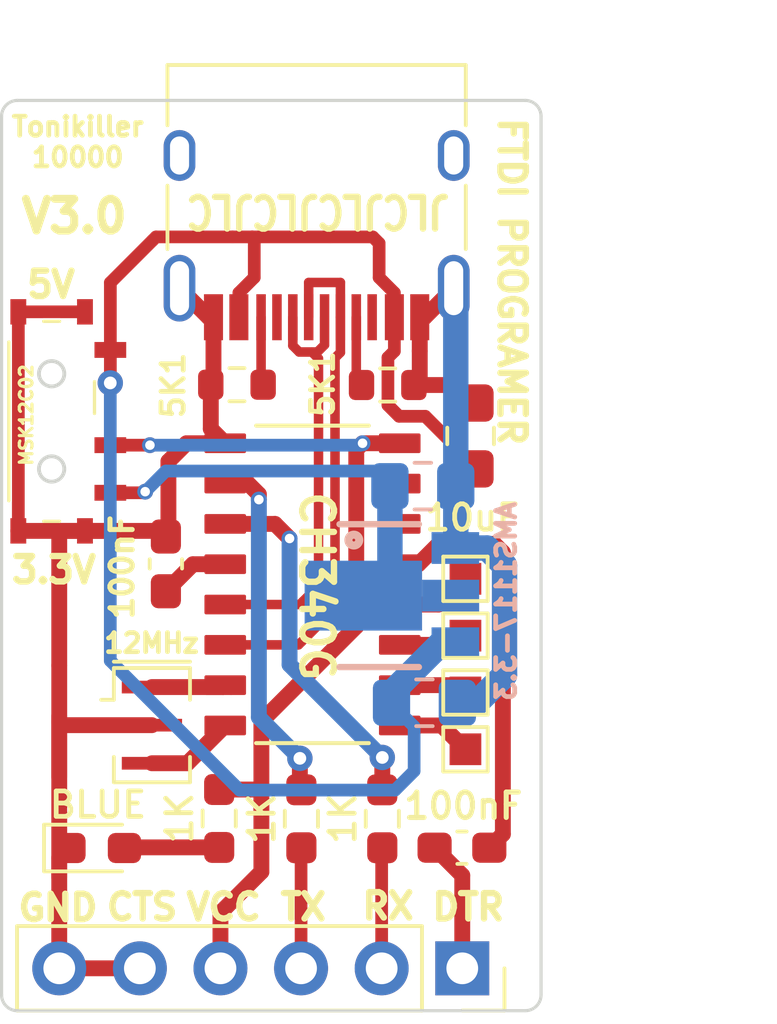
<source format=kicad_pcb>
(kicad_pcb (version 20240108) (generator "pcbnew") (generator_version "8.0")
  (layers (0 "F.Cu" signal) (31 "B.Cu" signal) (34 "B.Paste" user) (35 "F.Paste" user) (36 "B.SilkS" user "B.Silkscreen") (37 "F.SilkS" user "F.Silkscreen") (38 "B.Mask" user) (39 "F.Mask" user) (44 "Edge.Cuts" user))
  (net 0 "")
  (net 1 "+5V")
  (net 2 "+3.3V")
  (net 3 "Net-(U3-V3)")
  (net 4 "GND")
  (net 5 "VCC")
  (net 6 "Net-(D1-A)")
  (net 7 "Net-(U3-UD+)")
  (net 9 "Net-(U3-UD-)")
  (net 10 "Net-(J2-CC1)")
  (net 11 "Net-(J2-CC2)")
  (net 13 "Net-(U3-RXD)")
  (net 14 "Net-(U3-TXD)")
  (net 16 "Net-(U3-XI)")
  (net 18 "Net-(U3-~{DTR})")
  (net 19 "Net-(U3-XO)")
  (net 20 "Net-(J4-Pin_1)")
  (net 21 "Net-(J4-Pin_2)")
  (net 22 "Net-(J4-Pin_3)")
  (net 23 "Net-(U3-~{RI})")
  (net 24 "Net-(U3-~{DSR})")
  (net 25 "Net-(U3-~{CTS})")
  (net 26 "Net-(U3-~{DCD})")
  (footprint "Resistor_SMD:R_0603_1608Metric_Pad0.98x0.95mm_HandSolder" (layer "F.Cu") (at 178.3075 113.12 -90)
    (property "Reference" "R1" (hide yes))
    (property "Value" "1K" (at -0.01 1.25 90) (layer "F.SilkS") (effects (font (size 0.8 0.8))))
    (fp_line (start -0.254724 0.5225) (end 0.254724 0.5225) (stroke (width 0.12)) (layer "F.SilkS"))
    (fp_line (start -0.254724 -0.5225) (end 0.254724 -0.5225) (stroke (width 0.12)) (layer "F.SilkS"))
    (pad "1" smd roundrect (at -0.9125 0 270) (size 0.975 0.95) (layers "F.Cu" "F.Paste" "F.Mask") (net 5 "VCC"))
    (pad "2" smd roundrect (at 0.9125 0 270) (size 0.975 0.95) (layers "F.Cu" "F.Paste" "F.Mask") (net 6 "Net-(D1-A)"))
  )
  (footprint "SOIC127P600X180-16N" (layer "F.Cu") (at 181.2475 105.745)
    (property "Reference" "U3" (hide yes))
    (property "Value" "CH340G" (at 0.128976 0.061024 -90) (layer "F.SilkS") (effects (font (thickness 0.2) (bold yes))))
    (fp_line (start -1.775 -5) (end 1.775 -5) (stroke (width 0.127)) (layer "F.SilkS"))
    (fp_line (start -1.775 5) (end 1.775 5) (stroke (width 0.127)) (layer "F.SilkS"))
    (pad "1" smd roundrect (at -2.75 -4.445) (size 1.31 0.62) (layers "F.Cu" "F.Paste" "F.Mask") (roundrect_rratio 0.08) (net 4 "GND"))
    (pad "2" smd roundrect (at -2.75 -3.175) (size 1.31 0.62) (layers "F.Cu" "F.Paste" "F.Mask") (roundrect_rratio 0.08) (net 14 "Net-(U3-TXD)"))
    (pad "3" smd roundrect (at -2.75 -1.905) (size 1.31 0.62) (layers "F.Cu" "F.Paste" "F.Mask") (roundrect_rratio 0.08) (net 13 "Net-(U3-RXD)"))
    (pad "4" smd roundrect (at -2.75 -0.635) (size 1.31 0.62) (layers "F.Cu" "F.Paste" "F.Mask") (roundrect_rratio 0.08) (net 3 "Net-(U3-V3)"))
    (pad "5" smd roundrect (at -2.75 0.635) (size 1.31 0.62) (layers "F.Cu" "F.Paste" "F.Mask") (roundrect_rratio 0.08) (net 7 "Net-(U3-UD+)"))
    (pad "6" smd roundrect (at -2.75 1.905) (size 1.31 0.62) (layers "F.Cu" "F.Paste" "F.Mask") (roundrect_rratio 0.08) (net 9 "Net-(U3-UD-)"))
    (pad "7" smd roundrect (at -2.75 3.175) (size 1.31 0.62) (layers "F.Cu" "F.Paste" "F.Mask") (roundrect_rratio 0.08) (net 16 "Net-(U3-XI)"))
    (pad "8" smd roundrect (at -2.75 4.445) (size 1.31 0.62) (layers "F.Cu" "F.Paste" "F.Mask") (roundrect_rratio 0.08) (net 19 "Net-(U3-XO)"))
    (pad "9" smd roundrect (at 2.75 4.445) (size 1.31 0.62) (layers "F.Cu" "F.Paste" "F.Mask") (roundrect_rratio 0.08) (net 25 "Net-(U3-~{CTS})"))
    (pad "10" smd roundrect (at 2.75 3.175) (size 1.31 0.62) (layers "F.Cu" "F.Paste" "F.Mask") (roundrect_rratio 0.08) (net 24 "Net-(U3-~{DSR})"))
    (pad "11" smd roundrect (at 2.75 1.905) (size 1.31 0.62) (layers "F.Cu" "F.Paste" "F.Mask") (roundrect_rratio 0.08) (net 23 "Net-(U3-~{RI})"))
    (pad "12" smd roundrect (at 2.75 0.635) (size 1.31 0.62) (layers "F.Cu" "F.Paste" "F.Mask") (roundrect_rratio 0.08) (net 26 "Net-(U3-~{DCD})"))
    (pad "13" smd roundrect (at 2.75 -0.635) (size 1.31 0.62) (layers "F.Cu" "F.Paste" "F.Mask") (roundrect_rratio 0.08) (net 18 "Net-(U3-~{DTR})"))
    (pad "14" smd roundrect (at 2.75 -1.905) (size 1.31 0.62) (layers "F.Cu" "F.Paste" "F.Mask") (roundrect_rratio 0.08))
    (pad "15" smd roundrect (at 2.75 -3.175) (size 1.31 0.62) (layers "F.Cu" "F.Paste" "F.Mask") (roundrect_rratio 0.08))
    (pad "16" smd roundrect (at 2.75 -4.445) (size 1.31 0.62) (layers "F.Cu" "F.Paste" "F.Mask") (roundrect_rratio 0.08) (net 5 "VCC"))
  )
  (footprint "Resistor_SMD:R_0603_1608Metric_Pad0.98x0.95mm_HandSolder" (layer "F.Cu") (at 180.8975 113.13 90)
    (property "Reference" "R2" (hide yes))
    (property "Value" "1K" (at 0.005 -1.2475 90) (layer "F.SilkS") (effects (font (size 0.8 0.8))))
    (fp_line (start -0.254724 -0.5225) (end 0.254724 -0.5225) (stroke (width 0.12)) (layer "F.SilkS"))
    (fp_line (start -0.254724 0.5225) (end 0.254724 0.5225) (stroke (width 0.12)) (layer "F.SilkS"))
    (pad "1" smd roundrect (at -0.9125 0 90) (size 0.975 0.95) (layers "F.Cu" "F.Paste" "F.Mask") (net 22 "Net-(J4-Pin_3)"))
    (pad "2" smd roundrect (at 0.9125 0 90) (size 0.975 0.95) (layers "F.Cu" "F.Paste" "F.Mask") (net 14 "Net-(U3-TXD)"))
  )
  (footprint "Capacitor_SMD:C_0603_1608Metric_Pad1.08x0.95mm_HandSolder" (layer "F.Cu") (at 185.9575 114.04)
    (property "Reference" "C4" (hide yes))
    (property "Value" "100nF" (at 0.0425 -1.315 0) (layer "F.SilkS") (effects (font (size 0.8 0.8) (thickness 0.16) (bold yes))))
    (fp_line (start -0.146267 -0.51) (end 0.146267 -0.51) (stroke (width 0.12)) (layer "F.SilkS"))
    (fp_line (start -0.146267 0.51) (end 0.146267 0.51) (stroke (width 0.12)) (layer "F.SilkS"))
    (pad "1" smd roundrect (at -0.8625 0) (size 1.075 0.95) (layers "F.Cu" "F.Paste" "F.Mask") (net 20 "Net-(J4-Pin_1)"))
    (pad "2" smd roundrect (at 0.8625 0) (size 1.075 0.95) (layers "F.Cu" "F.Paste" "F.Mask") (net 18 "Net-(U3-~{DTR})"))
  )
  (footprint "Capacitor_SMD:C_0603_1608Metric_Pad1.08x0.95mm_HandSolder" (layer "F.Cu") (at 176.6275 105.1 90)
    (property "Reference" "C3" (hide yes))
    (property "Value" "100nF" (at -0.1 -1.3775 90) (layer "F.SilkS") (effects (font (size 0.7 0.7) (thickness 0.16) (bold yes))))
    (fp_line (start -0.146267 -0.51) (end 0.146267 -0.51) (stroke (width 0.12)) (layer "F.SilkS"))
    (fp_line (start -0.146267 0.51) (end 0.146267 0.51) (stroke (width 0.12)) (layer "F.SilkS"))
    (pad "1" smd roundrect (at -0.8625 0 90) (size 1.075 0.95) (layers "F.Cu" "F.Paste" "F.Mask") (net 3 "Net-(U3-V3)"))
    (pad "2" smd roundrect (at 0.8625 0 90) (size 1.075 0.95) (layers "F.Cu" "F.Paste" "F.Mask") (net 4 "GND"))
  )
  (footprint "Resistor_SMD:R_0603_1608Metric" (layer "F.Cu") (at 178.8675 99.455 180)
    (property "Reference" "R5" (hide yes))
    (property "Value" "5K1" (at 2.01 -0.025 -90) (layer "F.SilkS") (effects (font (size 0.7 0.7))))
    (fp_line (start -0.237258 0.5225) (end 0.237258 0.5225) (stroke (width 0.12)) (layer "F.SilkS"))
    (fp_line (start -0.237258 -0.5225) (end 0.237258 -0.5225) (stroke (width 0.12)) (layer "F.SilkS"))
    (pad "1" smd roundrect (at -0.825 0 180) (size 0.8 0.95) (layers "F.Cu" "F.Paste" "F.Mask") (net 11 "Net-(J2-CC2)"))
    (pad "2" smd roundrect (at 0.825 0 180) (size 0.8 0.95) (layers "F.Cu" "F.Paste" "F.Mask") (net 4 "GND"))
  )
  (footprint "Resistor_SMD:R_0603_1608Metric_Pad0.98x0.95mm_HandSolder" (layer "F.Cu") (at 183.4475 113.13 90)
    (property "Reference" "R3" (hide yes))
    (property "Value" "1K" (at 0.005 -1.2475 90) (layer "F.SilkS") (effects (font (size 0.8 0.8))))
    (fp_line (start -0.254724 -0.5225) (end 0.254724 -0.5225) (stroke (width 0.12)) (layer "F.SilkS"))
    (fp_line (start -0.254724 0.5225) (end 0.254724 0.5225) (stroke (width 0.12)) (layer "F.SilkS"))
    (pad "1" smd roundrect (at -0.9125 0 90) (size 0.975 0.95) (layers "F.Cu" "F.Paste" "F.Mask") (net 21 "Net-(J4-Pin_2)"))
    (pad "2" smd roundrect (at 0.9125 0 90) (size 0.975 0.95) (layers "F.Cu" "F.Paste" "F.Mask") (net 13 "Net-(U3-RXD)"))
  )
  (footprint "TestPoint:TestPoint_Pad_1.0x1.0mm" (layer "F.Cu") (at 186.0675 110.94)
    (property "Reference" "REF**" (hide yes))
    (property "Value" "TestPoint_Pad_1.0x1.0mm")
    (fp_line (start -0.7 -0.7) (end 0.7 -0.7) (stroke (width 0.12)) (layer "F.SilkS"))
    (fp_line (start -0.7 0.7) (end -0.7 -0.7) (stroke (width 0.12)) (layer "F.SilkS"))
    (fp_line (start 0.7 -0.7) (end 0.7 0.7) (stroke (width 0.12)) (layer "F.SilkS"))
    (fp_line (start 0.7 0.7) (end -0.7 0.7) (stroke (width 0.12)) (layer "F.SilkS"))
    (pad "1" smd rect (at 0 0) (size 1 1) (layers "F.Cu" "F.Mask") (net 25 "Net-(U3-~{CTS})"))
  )
  (footprint "Capacitor_SMD:C_0805_2012Metric_Pad1.18x1.45mm_HandSolder" (layer "F.Cu") (at 186.23 101.07 90)
    (property "Reference" "C5" (hide yes))
    (property "Value" "10uF" (at -2.575 0.05 180) (layer "F.SilkS") (effects (font (size 0.8 0.8))))
    (fp_line (start -0.261252 -0.735) (end 0.261252 -0.735) (stroke (width 0.12)) (layer "F.SilkS"))
    (fp_line (start -0.261252 0.735) (end 0.261252 0.735) (stroke (width 0.12)) (layer "F.SilkS"))
    (pad "1" smd roundrect (at -1.0375 0 90) (size 1.175 1.45) (layers "F.Cu" "F.Paste" "F.Mask") (roundrect_rratio 0.212766) (net 1 "+5V"))
    (pad "2" smd roundrect (at 1.0375 0 90) (size 1.175 1.45) (layers "F.Cu" "F.Paste" "F.Mask") (roundrect_rratio 0.212766) (net 4 "GND"))
  )
  (footprint "TestPoint:TestPoint_Pad_1.0x1.0mm" (layer "F.Cu") (at 186.0675 105.57)
    (property "Reference" "REF**" (hide yes))
    (property "Value" "TestPoint_Pad_1.0x1.0mm")
    (fp_line (start -0.7 -0.7) (end 0.7 -0.7) (stroke (width 0.12)) (layer "F.SilkS"))
    (fp_line (start -0.7 0.7) (end -0.7 -0.7) (stroke (width 0.12)) (layer "F.SilkS"))
    (fp_line (start 0.7 -0.7) (end 0.7 0.7) (stroke (width 0.12)) (layer "F.SilkS"))
    (fp_line (start 0.7 0.7) (end -0.7 0.7) (stroke (width 0.12)) (layer "F.SilkS"))
    (pad "1" smd rect (at 0 0) (size 1 1) (layers "F.Cu" "F.Mask") (net 26 "Net-(U3-~{DCD})"))
  )
  (footprint "Connector_USB:USB_C_Receptacle_HRO_TYPE-C-31-M-12" (layer "F.Cu") (at 181.3775 93.285 180)
    (property "Reference" "J2" (hide yes))
    (property "Value" "USB_C_USB2.0")
    (fp_line (start 4.7 2) (end 4.7 3.9) (stroke (width 0.12)) (layer "F.SilkS"))
    (fp_line (start 4.7 -1.9) (end 4.7 0.1) (stroke (width 0.12)) (layer "F.SilkS"))
    (fp_line (start -4.7 3.9) (end 4.7 3.9) (stroke (width 0.12)) (layer "F.SilkS"))
    (fp_line (start -4.7 2) (end -4.7 3.9) (stroke (width 0.12)) (layer "F.SilkS"))
    (fp_line (start -4.7 -1.9) (end -4.7 0.1) (stroke (width 0.12)) (layer "F.SilkS"))
    (pad "" np_thru_hole circle (at -2.89 -2.6 180) (size 0.65 0.65) (drill 0.65) (layers "F&B.Cu" "*.Mask"))
    (pad "" np_thru_hole circle (at 2.89 -2.6 180) (size 0.65 0.65) (drill 0.65) (layers "F&B.Cu" "*.Mask"))
    (pad "A1" smd rect (at -3.25 -4.045 180) (size 0.6 1.45) (layers "F.Cu" "F.Paste" "F.Mask") (net 4 "GND"))
    (pad "A4" smd rect (at -2.45 -4.045 180) (size 0.6 1.45) (layers "F.Cu" "F.Paste" "F.Mask") (net 1 "+5V"))
    (pad "A5" smd rect (at -1.25 -4.045 180) (size 0.3 1.45) (layers "F.Cu" "F.Paste" "F.Mask") (net 10 "Net-(J2-CC1)"))
    (pad "A6" smd rect (at -0.25 -4.045 180) (size 0.3 1.45) (layers "F.Cu" "F.Paste" "F.Mask") (net 7 "Net-(U3-UD+)"))
    (pad "A7" smd rect (at 0.25 -4.045 180) (size 0.3 1.45) (layers "F.Cu" "F.Paste" "F.Mask") (net 9 "Net-(U3-UD-)"))
    (pad "A8" smd rect (at 1.25 -4.045 180) (size 0.3 1.45) (layers "F.Cu" "F.Paste" "F.Mask"))
    (pad "B1" smd rect (at 3.25 -4.045 180) (size 0.6 1.45) (layers "F.Cu" "F.Paste" "F.Mask") (net 4 "GND"))
    (pad "B4" smd rect (at 2.45 -4.045 180) (size 0.6 1.45) (layers "F.Cu" "F.Paste" "F.Mask") (net 1 "+5V"))
    (pad "B5" smd rect (at 1.75 -4.045 180) (size 0.3 1.45) (layers "F.Cu" "F.Paste" "F.Mask") (net 11 "Net-(J2-CC2)"))
    (pad "B6" smd rect (at 0.75 -4.045 180) (size 0.3 1.45) (layers "F.Cu" "F.Paste" "F.Mask") (net 7 "Net-(U3-UD+)"))
    (pad "B7" smd rect (at -0.75 -4.045 180) (size 0.3 1.45) (layers "F.Cu" "F.Paste" "F.Mask") (net 9 "Net-(U3-UD-)"))
    (pad "B8" smd rect (at -1.75 -4.045 180) (size 0.3 1.45) (layers "F.Cu" "F.Paste" "F.Mask"))
    (pad "S1" thru_hole oval (at -4.32 -3.13 180) (size 1 2.1) (drill oval 0.6 1.7) (layers "*.Cu" "*.Mask") (net 4 "GND"))
    (pad "S1" thru_hole oval (at -4.32 1.05 180) (size 1 1.6) (drill oval 0.6 1.2) (layers "*.Cu" "*.Mask") (net 4 "GND"))
    (pad "S1" thru_hole oval (at 4.32 -3.13 180) (size 1 2.1) (drill oval 0.6 1.7) (layers "*.Cu" "*.Mask") (net 4 "GND"))
    (pad "S1" thru_hole oval (at 4.32 1.05 180) (size 1 1.6) (drill oval 0.6 1.2) (layers "*.Cu" "*.Mask") (net 4 "GND"))
  )
  (footprint "Connector_PinSocket_2.54mm:PinSocket_1x06_P2.54mm_Vertical" (layer "F.Cu") (at 185.9675 117.84 -90)
    (property "Reference" "J4" (hide yes))
    (property "Value" "Conn_01x06_Pin" (hide yes))
    (fp_line (start -1.33 14.03) (end 1.33 14.03) (stroke (width 0.12)) (layer "F.SilkS"))
    (fp_line (start -1.33 1.27) (end -1.33 14.03) (stroke (width 0.12)) (layer "F.SilkS"))
    (fp_line (start -1.33 1.27) (end 1.33 1.27) (stroke (width 0.12)) (layer "F.SilkS"))
    (fp_line (start 1.33 1.27) (end 1.33 14.03) (stroke (width 0.12)) (layer "F.SilkS"))
    (fp_line (start 0 -1.33) (end 1.33 -1.33) (stroke (width 0.12)) (layer "F.SilkS"))
    (fp_line (start 1.33 -1.33) (end 1.33 0) (stroke (width 0.12)) (layer "F.SilkS"))
    (pad "1" thru_hole rect (at 0 0 270) (size 1.7 1.7) (drill 1) (layers "*.Cu" "*.Mask") (net 20 "Net-(J4-Pin_1)"))
    (pad "2" thru_hole oval (at 0 2.54 270) (size 1.7 1.7) (drill 1) (layers "*.Cu" "*.Mask") (net 21 "Net-(J4-Pin_2)"))
    (pad "3" thru_hole oval (at 0 5.08 270) (size 1.7 1.7) (drill 1) (layers "*.Cu" "*.Mask") (net 22 "Net-(J4-Pin_3)"))
    (pad "4" thru_hole oval (at 0 7.62 270) (size 1.7 1.7) (drill 1) (layers "*.Cu" "*.Mask") (net 5 "VCC"))
    (pad "5" thru_hole oval (at 0 10.16 270) (size 1.7 1.7) (drill 1) (layers "*.Cu" "*.Mask") (net 4 "GND"))
    (pad "6" thru_hole oval (at 0 12.7 270) (size 1.7 1.7) (drill 1) (layers "*.Cu" "*.Mask") (net 4 "GND"))
  )
  (footprint "TestPoint:TestPoint_Pad_1.0x1.0mm" (layer "F.Cu") (at 186.0675 107.36)
    (property "Reference" "REF**" (hide yes))
    (property "Value" "TestPoint_Pad_1.0x1.0mm")
    (fp_line (start -0.7 -0.7) (end 0.7 -0.7) (stroke (width 0.12)) (layer "F.SilkS"))
    (fp_line (start -0.7 0.7) (end -0.7 -0.7) (stroke (width 0.12)) (layer "F.SilkS"))
    (fp_line (start 0.7 -0.7) (end 0.7 0.7) (stroke (width 0.12)) (layer "F.SilkS"))
    (fp_line (start 0.7 0.7) (end -0.7 0.7) (stroke (width 0.12)) (layer "F.SilkS"))
    (pad "1" smd rect (at 0 0) (size 1 1) (layers "F.Cu" "F.Mask") (net 23 "Net-(U3-~{RI})"))
  )
  (footprint "TestPoint:TestPoint_Pad_1.0x1.0mm" (layer "F.Cu") (at 186.0675 109.15)
    (property "Reference" "REF**" (hide yes))
    (property "Value" "TestPoint_Pad_1.0x1.0mm")
    (fp_line (start -0.7 -0.7) (end 0.7 -0.7) (stroke (width 0.12)) (layer "F.SilkS"))
    (fp_line (start -0.7 0.7) (end -0.7 -0.7) (stroke (width 0.12)) (layer "F.SilkS"))
    (fp_line (start 0.7 -0.7) (end 0.7 0.7) (stroke (width 0.12)) (layer "F.SilkS"))
    (fp_line (start 0.7 0.7) (end -0.7 0.7) (stroke (width 0.12)) (layer "F.SilkS"))
    (pad "1" smd rect (at 0 0) (size 1 1) (layers "F.Cu" "F.Mask") (net 24 "Net-(U3-~{DSR})"))
  )
  (footprint "Resistor_SMD:R_0603_1608Metric" (layer "F.Cu") (at 183.6175 99.465)
    (property "Reference" "R4" (hide yes))
    (property "Value" "5K1" (at -2.05 -0.035 90) (layer "F.SilkS") (effects (font (size 0.7 0.7))))
    (fp_line (start -0.237258 -0.5225) (end 0.237258 -0.5225) (stroke (width 0.12)) (layer "F.SilkS"))
    (fp_line (start -0.237258 0.5225) (end 0.237258 0.5225) (stroke (width 0.12)) (layer "F.SilkS"))
    (pad "1" smd roundrect (at -0.825 0) (size 0.8 0.95) (layers "F.Cu" "F.Paste" "F.Mask") (net 10 "Net-(J2-CC1)"))
    (pad "2" smd roundrect (at 0.825 0) (size 0.8 0.95) (layers "F.Cu" "F.Paste" "F.Mask") (net 4 "GND"))
  )
  (footprint "MSK12C02:MSK12C02" (layer "F.Cu") (at 173.0275 100.61 -90)
    (property "Reference" "SW1" (hide yes))
    (property "Value" "MSK12C02" (at -0.2 0.8 90) (layer "F.SilkS") (effects (font (size 0.4 0.4) (thickness 0.1))))
    (fp_line (start -2.5 1.35) (end -2.5 1.35) (stroke (width 0.1)) (layer "F.SilkS"))
    (fp_line (start -2.5 1.35) (end 2.5 1.35) (stroke (width 0.1)) (layer "F.SilkS"))
    (fp_line (start 2.5 1.35) (end -2.5 1.35) (stroke (width 0.1)) (layer "F.SilkS"))
    (fp_line (start 2.5 1.35) (end 2.5 1.35) (stroke (width 0.1)) (layer "F.SilkS"))
    (fp_line (start -3.15 0.25) (end -3.15 0.25) (stroke (width 0.1)) (layer "F.SilkS"))
    (fp_line (start -3.15 0.25) (end -3.15 -0.25) (stroke (width 0.1)) (layer "F.SilkS"))
    (fp_line (start 3.15 0.25) (end 3.15 0.25) (stroke (width 0.1)) (layer "F.SilkS"))
    (fp_line (start 3.15 0.25) (end 3.15 -0.25) (stroke (width 0.1)) (layer "F.SilkS"))
    (fp_line (start -3.15 -0.25) (end -3.15 0.25) (stroke (width 0.1)) (layer "F.SilkS"))
    (fp_line (start -3.15 -0.25) (end -3.15 -0.25) (stroke (width 0.1)) (layer "F.SilkS"))
    (fp_line (start 3.15 -0.25) (end 3.15 0.25) (stroke (width 0.1)) (layer "F.SilkS"))
    (fp_line (start 3.15 -0.25) (end 3.15 -0.25) (stroke (width 0.1)) (layer "F.SilkS"))
    (fp_line (start -1.25 -1.35) (end -1.25 -1.35) (stroke (width 0.1)) (layer "F.SilkS"))
    (fp_line (start -1.25 -1.35) (end -0.25 -1.35) (stroke (width 0.1)) (layer "F.SilkS"))
    (fp_line (start -0.25 -1.35) (end -1.25 -1.35) (stroke (width 0.1)) (layer "F.SilkS"))
    (fp_line (start -0.25 -1.35) (end -0.25 -1.35) (stroke (width 0.1)) (layer "F.SilkS"))
    (fp_circle (center -1.5 0) (end -1.1 0) (stroke (width 0.12)) (fill none) (layer "Edge.Cuts"))
    (fp_circle (center 1.5 0) (end 1.9 0) (stroke (width 0.12)) (fill none) (layer "Edge.Cuts"))
    (pad "A1" smd rect (at -2.25 -1.85 270) (size 0.5 1) (layers "F.Cu" "F.Paste" "F.Mask") (net 1 "+5V"))
    (pad "B1" smd rect (at 0.75 -1.85 270) (size 0.5 1) (layers "F.Cu" "F.Paste" "F.Mask") (net 5 "VCC"))
    (pad "C1" smd rect (at 2.25 -1.85 270) (size 0.5 1) (layers "F.Cu" "F.Paste" "F.Mask") (net 2 "+3.3V"))
    (pad "MP1" smd rect (at 3.45 -1.05) (size 0.5 0.8) (layers "F.Cu" "F.Paste" "F.Mask") (net 4 "GND"))
    (pad "MP2" smd rect (at 3.45 1.05) (size 0.5 0.8) (layers "F.Cu" "F.Paste" "F.Mask") (net 4 "GND"))
    (pad "MP3" smd rect (at -3.45 1.05) (size 0.5 0.8) (layers "F.Cu" "F.Paste" "F.Mask") (net 4 "GND"))
    (pad "MP4" smd rect (at -3.45 -1.05) (size 0.5 0.8) (layers "F.Cu" "F.Paste" "F.Mask") (net 4 "GND"))
  )
  (footprint "LED_SMD:LED_0603_1608Metric_Pad1.05x0.95mm_HandSolder" (layer "F.Cu") (at 174.4475 114.05)
    (property "Reference" "D1" (hide yes))
    (property "Value" "BLUE" (at 0.0375 -1.36 0) (layer "F.SilkS") (effects (font (size 0.8 0.8))))
    (fp_line (start -1.66 -0.735) (end -1.66 0.735) (stroke (width 0.12)) (layer "F.SilkS"))
    (fp_line (start -1.66 0.735) (end 0.8 0.735) (stroke (width 0.12)) (layer "F.SilkS"))
    (fp_line (start 0.8 -0.735) (end -1.66 -0.735) (stroke (width 0.12)) (layer "F.SilkS"))
    (pad "1" smd roundrect (at -0.875 0) (size 1.05 0.95) (layers "F.Cu" "F.Paste" "F.Mask") (net 4 "GND"))
    (pad "2" smd roundrect (at 0.875 0) (size 1.05 0.95) (layers "F.Cu" "F.Paste" "F.Mask") (net 6 "Net-(D1-A)"))
  )
  (footprint "Crystal:Resonator_SMD_Murata_CSTxExxV-3Pin_3.0x1.1mm" (layer "F.Cu") (at 176.1875 110.18 -90)
    (property "Reference" "Y1" (hide yes))
    (property "Value" "12MHz" (at -2.585 0.01 180) (layer "F.SilkS") (effects (font (size 0.6 0.6) (thickness 0.15) (bold yes))))
    (fp_line (start -0.8 1.2) (end -0.8 1.6) (stroke (width 0.12)) (layer "F.SilkS"))
    (fp_line (start -0.8 1.2) (end -1.8 1.2) (stroke (width 0.12)) (layer "F.SilkS"))
    (fp_line (start 1.8 1.2) (end 1 1.2) (stroke (width 0.12)) (layer "F.SilkS"))
    (fp_line (start -2 0.8) (end -2 1.2) (stroke (width 0.12)) (layer "F.SilkS"))
    (fp_line (start -1.8 0.8) (end -1.8 1.2) (stroke (width 0.12)) (layer "F.SilkS"))
    (fp_line (start -1.8 0.8) (end -1.8 -1.2) (stroke (width 0.12)) (layer "F.SilkS"))
    (fp_line (start 1.8 0.8) (end 1.8 1.2) (stroke (width 0.12)) (layer "F.SilkS"))
    (fp_line (start -2 -1.2) (end -2 0.8) (stroke (width 0.12)) (layer "F.SilkS"))
    (fp_line (start -1.8 -1.2) (end -0.8 -1.2) (stroke (width 0.12)) (layer "F.SilkS"))
    (fp_line (start 1 -1.2) (end 1.8 -1.2) (stroke (width 0.12)) (layer "F.SilkS"))
    (fp_line (start 1.8 -1.2) (end 1.8 0.8) (stroke (width 0.12)) (layer "F.SilkS"))
    (pad "1" smd rect (at -1.2 0 270) (size 0.4 1.9) (layers "F.Cu" "F.Paste" "F.Mask") (net 16 "Net-(U3-XI)"))
    (pad "2" smd rect (at 0 0 270) (size 0.4 1.9) (layers "F.Cu" "F.Paste" "F.Mask") (net 4 "GND"))
    (pad "3" smd rect (at 1.2 0 270) (size 0.4 1.9) (layers "F.Cu" "F.Paste" "F.Mask") (net 19 "Net-(U3-XO)"))
  )
  (footprint "Capacitor_SMD:C_0805_2012Metric_Pad1.18x1.45mm_HandSolder" (layer "B.Cu") (at 184.775 109.475)
    (property "Reference" "C1" (hide yes))
    (property "Value" "10uF")
    (fp_line (start 0.261252 -0.735) (end -0.261252 -0.735) (stroke (width 0.12)) (layer "B.SilkS"))
    (fp_line (start 0.261252 0.735) (end -0.261252 0.735) (stroke (width 0.12)) (layer "B.SilkS"))
    (pad "1" smd roundrect (at -1.0375 0) (size 1.175 1.45) (layers "B.Cu" "B.Paste" "B.Mask") (roundrect_rratio 0.212766) (net 1 "+5V"))
    (pad "2" smd roundrect (at 1.0375 0) (size 1.175 1.45) (layers "B.Cu" "B.Paste" "B.Mask") (roundrect_rratio 0.212766) (net 4 "GND"))
  )
  (footprint "Capacitor_SMD:C_0805_2012Metric_Pad1.18x1.45mm_HandSolder" (layer "B.Cu") (at 184.725 102.65)
    (property "Reference" "C2" (hide yes))
    (property "Value" "10uF")
    (fp_line (start 0.261252 -0.735) (end -0.261252 -0.735) (stroke (width 0.12)) (layer "B.SilkS"))
    (fp_line (start 0.261252 0.735) (end -0.261252 0.735) (stroke (width 0.12)) (layer "B.SilkS"))
    (pad "1" smd roundrect (at -1.0375 0) (size 1.175 1.45) (layers "B.Cu" "B.Paste" "B.Mask") (roundrect_rratio 0.212766) (net 2 "+3.3V"))
    (pad "2" smd roundrect (at 1.0375 0) (size 1.175 1.45) (layers "B.Cu" "B.Paste" "B.Mask") (roundrect_rratio 0.212766) (net 4 "GND"))
  )
  (footprint "78L05:PK(R-PSSO-F3)" (layer "B.Cu") (at 182.1 106.1 -90)
    (property "Reference" "U1" (hide yes))
    (property "Value" "AMS1117-3.3" (at 0.18 -5.25 90) (layer "B.SilkS") (effects (font (size 0.6 0.6)) (justify mirror)))
    (fp_line (start 2.25 0) (end 2.25 -2.5) (stroke (width 0.2)) (layer "B.SilkS"))
    (fp_line (start -2.25 -2.5) (end -2.25 0) (stroke (width 0.2)) (layer "B.SilkS"))
    (fp_circle (center -1.75 -0.45) (end -1.79438 -0.45) (stroke (width 0.254)) (fill none) (layer "B.SilkS"))
    (pad "1" smd rect (at -1.5 -3.65 270) (size 1 1.5) (layers "B.Cu" "B.Paste" "B.Mask") (net 4 "GND"))
    (pad "2" smd rect (at 0 -3.5 270) (size 1 1.8) (layers "B.Cu" "B.Paste" "B.Mask") (net 2 "+3.3V"))
    (pad "2" smd rect (at 0 -0.75 270) (size 2.2 3.7) (layers "B.Cu" "B.Paste" "B.Mask") (net 2 "+3.3V"))
    (pad "3" smd rect (at 1.5 -3.65 270) (size 1 1.5) (layers "B.Cu" "B.Paste" "B.Mask") (net 1 "+5V"))
  )
  (gr_arc (start 188.45 118.675) (mid 188.303553 119.028553) (end 187.95 119.175) (stroke (width 0.1)) (layer "Edge.Cuts"))
  (gr_line (start 171.95 119.175) (end 187.95 119.175) (stroke (width 0.1)) (layer "Edge.Cuts"))
  (gr_line (start 187.95 90.5) (end 171.95 90.5) (stroke (width 0.1)) (layer "Edge.Cuts"))
  (gr_line (start 171.45 91) (end 171.45 118.675) (stroke (width 0.1)) (layer "Edge.Cuts"))
  (gr_arc (start 187.95 90.5) (mid 188.303553 90.646447) (end 188.45 91) (stroke (width 0.1)) (layer "Edge.Cuts"))
  (gr_arc (start 171.45 91) (mid 171.596447 90.646447) (end 171.95 90.5) (stroke (width 0.1)) (layer "Edge.Cuts"))
  (gr_arc (start 171.95 119.175) (mid 171.596447 119.028553) (end 171.45 118.675) (stroke (width 0.1)) (layer "Edge.Cuts"))
  (gr_line (start 188.45 118.675) (end 188.45 91) (stroke (width 0.1)) (layer "Edge.Cuts"))
  (gr_text "TX\n" (at 180.9575 115.91 0) (layer "F.SilkS") (effects (font (size 0.8 0.8) (thickness 0.2))))
  (gr_text "V3.0" (at 173.74 94.15 0) (layer "F.SilkS") (effects (font (size 1 1) (thickness 0.25))))
  (gr_text "GND" (at 173.2275 115.93 0) (layer "F.SilkS") (effects (font (size 0.8 0.8) (thickness 0.2))))
  (gr_text "VCC" (at 178.4475 115.91 0) (layer "F.SilkS") (effects (font (size 0.8 0.8) (thickness 0.2))))
  (gr_text "3.3V" (at 171.67 105.76 0) (layer "F.SilkS") (effects (font (size 0.8 0.8) (thickness 0.2) (bold yes)) (justify left bottom)))
  (gr_text "RX\n" (at 183.6275 115.88 0) (layer "F.SilkS") (effects (font (size 0.8 0.8) (thickness 0.2))))
  (gr_text "FTDI PROGRAMER" (at 187.53 90.95 -90) (layer "F.SilkS") (effects (font (size 0.8 0.8) (thickness 0.2)) (justify left)))
  (gr_text "DTR" (at 186.1575 115.91 0) (layer "F.SilkS") (effects (font (size 0.8 0.8) (thickness 0.2))))
  (gr_text "5V" (at 172.15 96.77 0) (layer "F.SilkS") (effects (font (size 0.8 0.8) (thickness 0.2) (bold yes)) (justify left bottom)))
  (gr_text " JLCJLCJLCJLC" (at 181.72 93.99 180) (layer "F.SilkS") (effects (font (size 1 0.8) (thickness 0.2))))
  (gr_text "Tonikiller\n10000" (at 173.85 91.81 0) (layer "F.SilkS") (effects (font (size 0.6 0.6))))
  (gr_text "CTS\n" (at 175.8775 115.91 0) (layer "F.SilkS") (effects (font (size 0.8 0.8) (thickness 0.2))))
  (segment (start 179.4125 94.865) (end 179.4125 96.0775) (width 0.4) (layer "F.Cu") (net 1))
  (segment (start 183.975 100.45) (end 184.8 100.45) (width 0.4) (layer "F.Cu") (net 1))
  (segment (start 174.8775 99.3975) (end 174.875 99.4) (width 0.4) (layer "F.Cu") (net 1))
  (segment (start 183.1475 94.8) (end 183.3475 95) (width 0.4) (layer "F.Cu") (net 1))
  (segment (start 179.4125 96.0775) (end 178.9275 96.5625) (width 0.4) (layer "F.Cu") (net 1))
  (segment (start 183.8275 98.3975) (end 183.625 98.6) (width 0.4) (layer "F.Cu") (net 1))
  (segment (start 183.3475 95) (end 183.3475 96.08) (width 0.4) (layer "F.Cu") (net 1))
  (segment (start 178.9275 96.5625) (end 178.9275 97.33) (width 0.4) (layer "F.Cu") (net 1))
  (segment (start 176.2075 94.91) (end 176.3175 94.8) (width 0.4) (layer "F.Cu") (net 1))
  (segment (start 183.8275 97.33) (end 183.8275 98.3975) (width 0.4) (layer "F.Cu") (net 1))
  (segment (start 183.625 98.6) (end 183.625 100.1) (width 0.4) (layer "F.Cu") (net 1))
  (segment (start 179.3475 94.8) (end 181.8075 94.8) (width 0.4) (layer "F.Cu") (net 1))
  (segment (start 181.8075 94.8) (end 183.1475 94.8) (width 0.4) (layer "F.Cu") (net 1))
  (segment (start 176.3175 94.8) (end 178.7275 94.8) (width 0.4) (layer "F.Cu") (net 1))
  (segment (start 183.625 100.1) (end 183.975 100.45) (width 0.4) (layer "F.Cu") (net 1))
  (segment (start 179.3475 94.8) (end 179.4125 94.865) (width 0.4) (layer "F.Cu") (net 1))
  (segment (start 186.23 101.88) (end 186.23 102.1075) (width 0.4) (layer "F.Cu") (net 1))
  (segment (start 174.8775 98.36) (end 174.8775 99.3975) (width 0.4) (layer "F.Cu") (net 1))
  (segment (start 186.23 102.1075) (end 186.3125 102.025) (width 0.4) (layer "F.Cu") (net 1))
  (segment (start 174.8775 96.24) (end 176.2075 94.91) (width 0.4) (layer "F.Cu") (net 1))
  (segment (start 183.3475 96.08) (end 183.8275 96.56) (width 0.4) (layer "F.Cu") (net 1))
  (segment (start 178.7275 94.8) (end 179.3475 94.8) (width 0.4) (layer "F.Cu") (net 1))
  (segment (start 174.8775 98.36) (end 174.8775 96.24) (width 0.4) (layer "F.Cu") (net 1))
  (segment (start 184.8 100.45) (end 186.23 101.88) (width 0.4) (layer "F.Cu") (net 1))
  (segment (start 183.8275 96.56) (end 183.8275 97.33) (width 0.4) (layer "F.Cu") (net 1))
  (via (at 174.875 99.4) (size 0.8) (drill 0.4) (layers "F.Cu" "B.Cu") (net 1))
  (segment (start 183.7375 109.1625) (end 185.3 107.6) (width 0.8) (layer "B.Cu") (net 1))
  (segment (start 183.7375 109.5125) (end 183.7375 109.475) (width 0.4) (layer "B.Cu") (net 1))
  (segment (start 183.85 112.225) (end 184.45 111.625) (width 0.4) (layer "B.Cu") (net 1))
  (segment (start 183.7375 109.1875) (end 183.7375 109.1625) (width 0.8) (layer "B.Cu") (net 1))
  (segment (start 185.325 107.6) (end 185.75 107.6) (width 0.4) (layer "B.Cu") (net 1))
  (segment (start 178.775 112.05) (end 178.95 112.225) (width 0.4) (layer "B.Cu") (net 1))
  (segment (start 174.875 108.15) (end 178.775 112.05) (width 0.4) (layer "B.Cu") (net 1))
  (segment (start 182.45 112.225) (end 183.85 112.225) (width 0.4) (layer "B.Cu") (net 1))
  (segment (start 178.95 112.225) (end 182.45 112.225) (width 0.4) (layer "B.Cu") (net 1))
  (segment (start 183.7375 109.475) (end 183.7375 109.1875) (width 0.4) (layer "B.Cu") (net 1))
  (segment (start 185.3 107.6) (end 185.325 107.6) (width 0.8) (layer "B.Cu") (net 1))
  (segment (start 174.875 99.4) (end 174.875 108.15) (width 0.4) (layer "B.Cu") (net 1))
  (segment (start 184.45 111.625) (end 184.45 110.225) (width 0.4) (layer "B.Cu") (net 1))
  (segment (start 184.45 110.225) (end 183.7375 109.5125) (width 0.4) (layer "B.Cu") (net 1))
  (segment (start 174.8775 102.86) (end 175.94 102.86) (width 0.4) (layer "F.Cu") (net 2))
  (segment (start 175.94 102.86) (end 175.975 102.825) (width 0.4) (layer "F.Cu") (net 2))
  (via (at 175.975 102.825) (size 0.5) (drill 0.3) (layers "F.Cu" "B.Cu") (net 2))
  (segment (start 176.625 102.175) (end 183.25 102.175) (width 0.4) (layer "B.Cu") (net 2))
  (segment (start 183.6875 105.2625) (end 182.85 106.1) (width 0.8) (layer "B.Cu") (net 2))
  (segment (start 183.6875 102.65) (end 183.6875 105.2625) (width 0.8) (layer "B.Cu") (net 2))
  (segment (start 175.975 102.825) (end 176.625 102.175) (width 0.4) (layer "B.Cu") (net 2))
  (segment (start 183.25 102.175) (end 183.65 102.575) (width 0.4) (layer "B.Cu") (net 2))
  (segment (start 176.6275 105.9625) (end 177.48 105.11) (width 0.5) (layer "F.Cu") (net 3))
  (segment (start 177.48 105.11) (end 178.4975 105.11) (width 0.5) (layer "F.Cu") (net 3))
  (segment (start 171.9775 104.0525) (end 171.97 104.06) (width 0.4) (layer "F.Cu") (net 4))
  (segment (start 177.2775 101.3) (end 178.4975 101.3) (width 0.5) (layer "F.Cu") (net 4))
  (segment (start 177.9725 97.33) (end 177.0575 96.415) (width 0.5) (layer "F.Cu") (net 4))
  (segment (start 184.6275 99.28) (end 184.4425 99.465) (width 0.5) (layer "F.Cu") (net 4))
  (segment (start 178.1275 97.33) (end 177.9725 97.33) (width 0.5) (layer "F.Cu") (net 4))
  (segment (start 184.6275 97.33) (end 184.6275 98.395) (width 0.5) (layer "F.Cu") (net 4))
  (segment (start 175.8075 117.84) (end 173.2675 117.84) (width 0.5) (layer "F.Cu") (net 4))
  (segment (start 185.6625 99.465) (end 186.23 100.0325) (width 0.5) (layer "F.Cu") (net 4))
  (segment (start 184.4425 99.465) (end 185.6625 99.465) (width 0.5) (layer "F.Cu") (net 4))
  (segment (start 173.3675 110.18) (end 173.2675 110.08) (width 0.5) (layer "F.Cu") (net 4))
  (segment (start 184.6275 98.395) (end 184.6275 99.28) (width 0.5) (layer "F.Cu") (net 4))
  (segment (start 173.2675 117.84) (end 173.2675 114.355) (width 0.5) (layer "F.Cu") (net 4))
  (segment (start 176.7075 101.87) (end 177.2775 101.3) (width 0.5) (layer "F.Cu") (net 4))
  (segment (start 174.0775 104.06) (end 174.7675 104.06) (width 0.5) (layer "F.Cu") (net 4))
  (segment (start 178.0425 99.455) (end 178.0425 100.845) (width 0.5) (layer "F.Cu") (net 4))
  (segment (start 176.45 104.06) (end 176.6275 104.2375) (width 0.5) (layer "F.Cu") (net 4))
  (segment (start 184.6275 97.33) (end 184.7825 97.33) (width 0.5) (layer "F.Cu") (net 4))
  (segment (start 176.1875 110.18) (end 173.3675 110.18) (width 0.5) (layer "F.Cu") (net 4))
  (segment (start 174.7675 104.06) (end 171.9775 104.06) (width 0.5) (layer "F.Cu") (net 4))
  (segment (start 173.2675 109.89) (end 173.2675 114.975) (width 0.5) (layer "F.Cu") (net 4))
  (segment (start 173.2675 114.355) (end 173.5725 114.05) (width 0.5) (layer "F.Cu") (net 4))
  (segment (start 173.2675 104.06) (end 174.0775 104.06) (width 0.5) (layer "F.Cu") (net 4))
  (segment (start 184.7825 97.33) (end 185.6975 96.415) (width 0.5) (layer "F.Cu") (net 4))
  (segment (start 176.7075 104.13) (end 176.7075 101.87) (width 0.5) (layer "F.Cu") (net 4))
  (segment (start 174.7675 104.06) (end 176.45 104.06) (width 0.5) (layer "F.Cu") (net 4))
  (segment (start 173.2675 111.81) (end 173.2675 108.3) (width 0.5) (layer "F.Cu") (net 4))
  (segment (start 178.1275 97.33) (end 178.1275 99.37) (width 0.5) (layer "F.Cu") (net 4))
  (segment (start 171.9775 97.16) (end 171.9775 104.0525) (width 0.4) (layer "F.Cu") (net 4))
  (segment (start 178.0425 100.845) (end 178.4975 101.3) (width 0.5) (layer "F.Cu") (net 4))
  (segment (start 178.1275 99.37) (end 178.0425 99.455) (width 0.5) (layer "F.Cu") (net 4))
  (segment (start 173.2675 108.3) (end 173.2675 104.06) (width 0.5) (layer "F.Cu") (net 4))
  (segment (start 171.9775 97.16) (end 174.0775 97.16) (width 0.4) (layer "F.Cu") (net 4))
  (segment (start 185.7625 102.65) (end 185.7625 104.5875) (width 0.8) (layer "B.Cu") (net 4))
  (segment (start 185.7625 96.48) (end 185.6975 96.415) (width 0.8) (layer "B.Cu") (net 4))
  (segment (start 185.7625 104.5875) (end 185.75 104.6) (width 0.8) (layer "B.Cu") (net 4))
  (segment (start 187.3 108.6) (end 187.3 105.15) (width 0.8) (layer "B.Cu") (net 4))
  (segment (start 185.7625 102.65) (end 185.7625 96.48) (width 0.8) (layer "B.Cu") (net 4))
  (segment (start 186.425 109.475) (end 187.3 108.6) (width 0.8) (layer "B.Cu") (net 4))
  (segment (start 186.75 104.6) (end 185.75 104.6) (width 0.8) (layer "B.Cu") (net 4))
  (segment (start 185.8125 109.475) (end 186.425 109.475) (width 0.8) (layer "B.Cu") (net 4))
  (segment (start 187.3 105.15) (end 186.75 104.6) (width 0.8) (layer "B.Cu") (net 4))
  (segment (start 178.3475 116.09) (end 179.6375 114.8) (width 0.5) (layer "F.Cu") (net 5))
  (segment (start 182.6275 101.4975) (end 182.6275 107.07) (width 0.5) (layer "F.Cu") (net 5))
  (segment (start 182.825 101.3) (end 183.9975 101.3) (width 0.5) (layer "F.Cu") (net 5))
  (segment (start 182.825 101.3) (end 182.6275 101.4975) (width 0.5) (layer "F.Cu") (net 5))
  (segment (start 179.6375 114.8) (end 179.6375 112.2075) (width 0.5) (layer "F.Cu") (net 5))
  (segment (start 182.6275 107.07) (end 179.6375 110.06) (width 0.5) (layer "F.Cu") (net 5))
  (segment (start 176.125 101.36) (end 174.8775 101.36) (width 0.4) (layer "F.Cu") (net 5))
  (segment (start 178.3475 117.84) (end 178.3475 116.09) (width 0.5) (layer "F.Cu") (net 5))
  (segment (start 179.6375 110.06) (end 179.6375 112.88) (width 0.5) (layer "F.Cu") (net 5))
  (segment (start 179.6375 112.88) (end 179.6375 112.2075) (width 0.5) (layer "F.Cu") (net 5))
  (segment (start 179.6375 112.2075) (end 178.3075 112.2075) (width 0.5) (layer "F.Cu") (net 5))
  (via (at 182.825 101.3) (size 0.5) (drill 0.3) (layers "F.Cu" "B.Cu") (net 5))
  (via (at 176.125 101.36) (size 0.5) (drill 0.3) (layers "F.Cu" "B.Cu") (net 5))
  (segment (start 182.765 101.36) (end 182.825 101.3) (width 0.4) (layer "B.Cu") (net 5))
  (segment (start 176.125 101.36) (end 182.765 101.36) (width 0.4) (layer "B.Cu") (net 5))
  (segment (start 175.445 114.03) (end 178.305 114.03) (width 0.5) (layer "F.Cu") (net 6))
  (segment (start 178.305 114.03) (end 178.3075 114.0325) (width 0.5) (layer "F.Cu") (net 6))
  (segment (start 180.9575 106.27) (end 180.8475 106.38) (width 0.3) (layer "F.Cu") (net 7))
  (segment (start 180.6275 98.225) (end 180.8275 98.425) (width 0.3) (layer "F.Cu") (net 7))
  (segment (start 181.4375 99.41) (end 181.4375 105.79) (width 0.3) (layer "F.Cu") (net 7))
  (segment (start 181.2275 98.425) (end 181.4025 98.425) (width 0.3) (layer "F.Cu") (net 7))
  (segment (start 181.6275 97.33) (end 181.6275 98.2) (width 0.3) (layer "F.Cu") (net 7))
  (segment (start 181.4375 98.635) (end 181.4375 99.41) (width 0.3) (layer "F.Cu") (net 7))
  (segment (start 181.2275 98.425) (end 181.4375 98.635) (width 0.3) (layer "F.Cu") (net 7))
  (segment (start 181.4375 105.79) (end 180.9575 106.27) (width 0.3) (layer "F.Cu") (net 7))
  (segment (start 180.8275 98.425) (end 181.2275 98.425) (width 0.3) (layer "F.Cu") (net 7))
  (segment (start 181.6275 98.2) (end 181.4025 98.425) (width 0.3) (layer "F.Cu") (net 7))
  (segment (start 180.8475 106.38) (end 178.4975 106.38) (width 0.3) (layer "F.Cu") (net 7))
  (segment (start 180.6275 97.33) (end 180.6275 98.225) (width 0.3) (layer "F.Cu") (net 7))
  (segment (start 181.1275 96.235) (end 182.1275 96.235) (width 0.3) (layer "F.Cu") (net 9))
  (segment (start 181.1275 97.33) (end 181.1275 96.235) (width 0.3) (layer "F.Cu") (net 9))
  (segment (start 182.1275 96.235) (end 182.1275 97.33) (width 0.3) (layer "F.Cu") (net 9))
  (segment (start 181.9575 106.5) (end 180.9075 107.55) (width 0.3) (layer "F.Cu") (net 9))
  (segment (start 182.1275 98.44) (end 181.9575 98.61) (width 0.3) (layer "F.Cu") (net 9))
  (segment (start 180.9075 107.55) (end 180.8075 107.65) (width 0.3) (layer "F.Cu") (net 9))
  (segment (start 182.1275 97.33) (end 182.1275 98.44) (width 0.3) (layer "F.Cu") (net 9))
  (segment (start 180.8075 107.65) (end 178.4975 107.65) (width 0.3) (layer "F.Cu") (net 9))
  (segment (start 181.9575 98.61) (end 181.9575 106.5) (width 0.3) (layer "F.Cu") (net 9))
  (segment (start 182.6275 99.3) (end 182.7925 99.465) (width 0.3) (layer "F.Cu") (net 10))
  (segment (start 182.6275 97.33) (end 182.6275 99.3) (width 0.3) (layer "F.Cu") (net 10))
  (segment (start 179.6275 97.33) (end 179.6275 99.39) (width 0.3) (layer "F.Cu") (net 11))
  (segment (start 179.6275 99.39) (end 179.6925 99.455) (width 0.3) (layer "F.Cu") (net 11))
  (segment (start 183.4475 111.1975) (end 183.4475 112.2175) (width 0.5) (layer "F.Cu") (net 13))
  (segment (start 180.065 103.84) (end 178.4975 103.84) (width 0.5) (layer "F.Cu") (net 13))
  (segment (start 180.525 104.3) (end 180.065 103.84) (width 0.5) (layer "F.Cu") (net 13))
  (via (at 180.525 104.3) (size 0.5) (drill 0.3) (layers "F.Cu" "B.Cu") (net 13))
  (via (at 183.4475 111.1975) (size 0.8) (drill 0.4) (layers "F.Cu" "B.Cu") (net 13))
  (segment (start 180.525 108.275) (end 180.525 104.3) (width 0.5) (layer "B.Cu") (net 13))
  (segment (start 183.4475 111.1975) (end 180.525 108.275) (width 0.5) (layer "B.Cu") (net 13))
  (segment (start 179.5575 103.075) (end 179.5575 102.9075) (width 0.5) (layer "F.Cu") (net 14))
  (segment (start 180.85 112.17) (end 180.8975 112.2175) (width 0.5) (layer "F.Cu") (net 14))
  (segment (start 180.85 111.225) (end 180.85 112.17) (width 0.5) (layer "F.Cu") (net 14))
  (segment (start 179.5575 102.9075) (end 179.22 102.57) (width 0.5) (layer "F.Cu") (net 14))
  (segment (start 179.22 102.57) (end 178.4975 102.57) (width 0.5) (layer "F.Cu") (net 14))
  (via (at 180.85 111.225) (size 0.8) (drill 0.4) (layers "F.Cu" "B.Cu") (net 14))
  (via (at 179.5575 103.075) (size 0.5) (drill 0.3) (layers "F.Cu" "B.Cu") (net 14))
  (segment (start 179.5575 109.9325) (end 180.85 111.225) (width 0.5) (layer "B.Cu") (net 14))
  (segment (start 179.5575 103.075) (end 179.5575 109.9325) (width 0.5) (layer "B.Cu") (net 14))
  (segment (start 176.1875 108.98) (end 178.4375 108.98) (width 0.5) (layer "F.Cu") (net 16))
  (segment (start 178.4375 108.98) (end 178.4975 108.92) (width 0.5) (layer "F.Cu") (net 16))
  (segment (start 178.6775 108.98) (end 178.7375 108.92) (width 0.5) (layer "F.Cu") (net 16))
  (segment (start 186.82 114.04) (end 187.2475 113.6125) (width 0.5) (layer "F.Cu") (net 18))
  (segment (start 184.5875 105.11) (end 183.9975 105.11) (width 0.5) (layer "F.Cu") (net 18))
  (segment (start 187.2475 113.6125) (end 187.2475 104.74) (width 0.5) (layer "F.Cu") (net 18))
  (segment (start 187.2475 104.74) (end 186.9775 104.47) (width 0.5) (layer "F.Cu") (net 18))
  (segment (start 185.2275 104.47) (end 184.5875 105.11) (width 0.5) (layer "F.Cu") (net 18))
  (segment (start 186.9775 104.47) (end 185.2275 104.47) (width 0.5) (layer "F.Cu") (net 18))
  (segment (start 177.3075 111.38) (end 178.4975 110.19) (width 0.5) (layer "F.Cu") (net 19))
  (segment (start 176.1875 111.38) (end 177.3075 111.38) (width 0.5) (layer "F.Cu") (net 19))
  (segment (start 185.095 114.04) (end 185.9675 114.9125) (width 0.5) (layer "F.Cu") (net 20))
  (segment (start 185.9675 114.9125) (end 185.9675 117.84) (width 0.5) (layer "F.Cu") (net 20))
  (segment (start 183.4275 117.84) (end 183.4275 114.0825) (width 0.4) (layer "F.Cu") (net 21))
  (segment (start 180.8875 117.84) (end 180.8875 114.0625) (width 0.4) (layer "F.Cu") (net 22))
  (segment (start 185.7775 107.65) (end 186.0675 107.36) (width 0.5) (layer "F.Cu") (net 23))
  (segment (start 183.9975 107.65) (end 185.7775 107.65) (width 0.5) (layer "F.Cu") (net 23))
  (segment (start 183.9975 108.92) (end 185.8375 108.92) (width 0.5) (layer "F.Cu") (net 24))
  (segment (start 185.8375 108.92) (end 186.0675 109.15) (width 0.5) (layer "F.Cu") (net 24))
  (segment (start 185.3175 110.19) (end 186.0675 110.94) (width 0.5) (layer "F.Cu") (net 25))
  (segment (start 183.9975 110.19) (end 185.3175 110.19) (width 0.5) (layer "F.Cu") (net 25))
  (segment (start 185.76 105.84) (end 185.7975 105.84) (width 0.5) (layer "F.Cu") (net 26))
  (segment (start 185.7975 105.84) (end 186.0675 105.57) (width 0.5) (layer "F.Cu") (net 26))
  (segment (start 183.9975 106.38) (end 185.22 106.38) (width 0.5) (layer "F.Cu") (net 26))
  (segment (start 185.22 106.38) (end 185.76 105.84) (width 0.5) (layer "F.Cu") (net 26))
)
</source>
